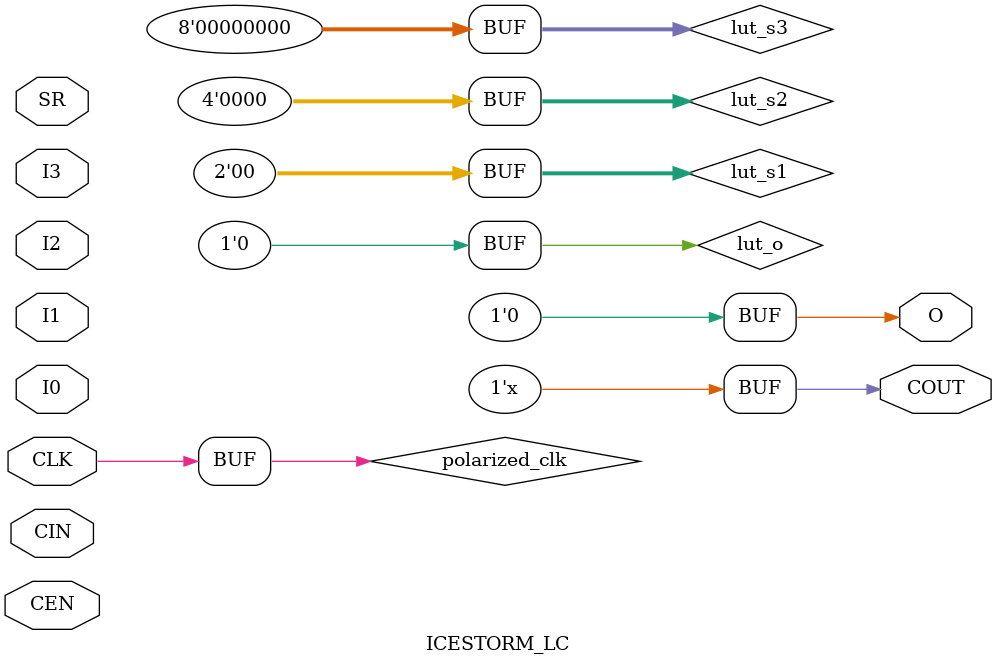
<source format=v>


module SB_IO (
	inout  PACKAGE_PIN,
	input  LATCH_INPUT_VALUE,
	input  CLOCK_ENABLE,
	input  INPUT_CLK,
	input  OUTPUT_CLK,
	input  OUTPUT_ENABLE,
	input  D_OUT_0,
	input  D_OUT_1,
	output D_IN_0,
	output D_IN_1
);
	parameter [5:0] PIN_TYPE = 6'b000000;
	parameter [0:0] PULLUP = 1'b0;
	parameter [0:0] NEG_TRIGGER = 1'b0; 
	parameter IO_STANDARD = "SB_LVCMOS";

	/* TBD */
endmodule

module SB_GB_IO (
	inout  PACKAGE_PIN,
	output GLOBAL_BUFFER_OUTPUT,
	input  LATCH_INPUT_VALUE,
	input  CLOCK_ENABLE,
	input  INPUT_CLK,
	input  OUTPUT_CLK,
	input  OUTPUT_ENABLE,
	input  D_OUT_0,
	input  D_OUT_1,
	output D_IN_0,
	output D_IN_1
);
	parameter [5:0] PIN_TYPE = 6'b000000;
	parameter [0:0] PULLUP = 1'b0;
	parameter [0:0] NEG_TRIGGER = 1'b0; 
	parameter IO_STANDARD = "SB_LVCMOS";

	assign GLOBAL_BUFFER_OUTPUT = PACKAGE_PIN;

	SB_IO #(
		.PIN_TYPE(PIN_TYPE),
		.PULLUP(PULLUP),
		.NEG_TRIGGER(NEG_TRIGGER),
		.IO_STANDARD(IO_STANDARD)
	) IO (
		.PACKAGE_PIN(PACKAGE_PIN),
		.LATCH_INPUT_VALUE(LATCH_INPUT_VALUE),
		.CLOCK_ENABLE(CLOCK_ENABLE),
		.INPUT_CLK(INPUT_CLK),
		.OUTPUT_CLK(OUTPUT_CLK),
		.OUTPUT_ENABLE(OUTPUT_ENABLE),
		.D_OUT_0(D_OUT_0),
		.D_OUT_1(D_OUT_1),
		.D_IN_0(D_IN_0),
		.D_IN_1(D_IN_1)
	);
endmodule

module SB_GB (
	input  USER_SIGNAL_TO_GLOBAL_BUFFER,
	output GLOBAL_BUFFER_OUTPUT
);
	assign GLOBAL_BUFFER_OUTPUT = USER_SIGNAL_TO_GLOBAL_BUFFER;
endmodule

// SiliconBlue Logic Cells

module SB_LUT4 (output O, input I0, I1, I2, I3);
	parameter [15:0] LUT_INIT = 0;
	wire [7:0] s3 = I3 ? LUT_INIT[15:8] : LUT_INIT[7:0];
	wire [3:0] s2 = I2 ?       s3[ 7:4] :       s3[3:0];
	wire [1:0] s1 = I1 ?       s2[ 3:2] :       s2[1:0];
	assign O = I0 ? s1[1] : s1[0];
endmodule

module SB_CARRY (output CO, input I0, I1, CI);
	assign CO = (I0 && I1) || ((I0 || I1) && CI);
endmodule

// Positive Edge SiliconBlue FF Cells

module SB_DFF (output reg Q, input C, D);
	always @(posedge C)
		Q <= D;
endmodule

module SB_DFFE (output reg Q, input C, E, D);
	always @(posedge C)
		if (E)
			Q <= D;
endmodule

module SB_DFFSR (output reg Q, input C, R, D);
	always @(posedge C)
		if (R)
			Q <= 0;
		else
			Q <= D;
endmodule

module SB_DFFR (output reg Q, input C, R, D);
	always @(posedge C, posedge R)
		if (R)
			Q <= 0;
		else
			Q <= D;
endmodule

module SB_DFFSS (output reg Q, input C, S, D);
	always @(posedge C)
		if (S)
			Q <= 1;
		else
			Q <= D;
endmodule

module SB_DFFS (output reg Q, input C, S, D);
	always @(posedge C, posedge S)
		if (S)
			Q <= 1;
		else
			Q <= D;
endmodule

module SB_DFFESR (output reg Q, input C, E, R, D);
	always @(posedge C)
		if (E) begin
			if (R)
				Q <= 0;
			else
				Q <= D;
		end
endmodule

module SB_DFFER (output reg Q, input C, E, R, D);
	always @(posedge C, posedge R)
		if (R)
			Q <= 0;
		else if (E)
			Q <= D;
endmodule

module SB_DFFESS (output reg Q, input C, E, S, D);
	always @(posedge C)
		if (E) begin
			if (S)
				Q <= 1;
			else
				Q <= D;
		end
endmodule

module SB_DFFES (output reg Q, input C, E, S, D);
	always @(posedge C, posedge S)
		if (S)
			Q <= 1;
		else if (E)
			Q <= D;
endmodule

// Negative Edge SiliconBlue FF Cells

module SB_DFFN (output reg Q, input C, D);
	always @(negedge C)
		Q <= D;
endmodule

module SB_DFFNE (output reg Q, input C, E, D);
	always @(negedge C)
		if (E)
			Q <= D;
endmodule

module SB_DFFNSR (output reg Q, input C, R, D);
	always @(negedge C)
		if (R)
			Q <= 0;
		else
			Q <= D;
endmodule

module SB_DFFNR (output reg Q, input C, R, D);
	always @(negedge C, posedge R)
		if (R)
			Q <= 0;
		else
			Q <= D;
endmodule

module SB_DFFNSS (output reg Q, input C, S, D);
	always @(negedge C)
		if (S)
			Q <= 1;
		else
			Q <= D;
endmodule

module SB_DFFNS (output reg Q, input C, S, D);
	always @(negedge C, posedge S)
		if (S)
			Q <= 1;
		else
			Q <= D;
endmodule

module SB_DFFNESR (output reg Q, input C, E, R, D);
	always @(negedge C)
		if (E) begin
			if (R)
				Q <= 0;
			else
				Q <= D;
		end
endmodule

module SB_DFFNER (output reg Q, input C, E, R, D);
	always @(negedge C, posedge R)
		if (R)
			Q <= 0;
		else if (E)
			Q <= D;
endmodule

module SB_DFFNESS (output reg Q, input C, E, S, D);
	always @(negedge C)
		if (E) begin
			if (S)
				Q <= 1;
			else
				Q <= D;
		end
endmodule

module SB_DFFNES (output reg Q, input C, E, S, D);
	always @(negedge C, posedge S)
		if (S)
			Q <= 1;
		else if (E)
			Q <= D;
endmodule

// Packed IceStorm Logic Cells

module ICESTORM_CARRYCONST (output O);
	parameter [0:0] CARRYCONST = 0;
	assign O = CARRYCONST;
endmodule

module ICESTORM_LC (
	input I0, I1, I2, I3, CIN, CLK, CEN, SR,
	output O, COUT
);
	parameter [15:0] LUT_INIT = 0;

	parameter [0:0] NEG_CLK      = 0;
	parameter [0:0] CARRY_ENABLE = 0;
	parameter [0:0] DFF_ENABLE   = 0;
	parameter [0:0] SET_NORESET  = 0;
	parameter [0:0] ASYNC_SR     = 0;

	wire COUT = CARRY_ENABLE ? (I1 && I2) || ((I1 || I2) && CIN) : 1'bx;

	wire [7:0] lut_s3 = I3 ? LUT_INIT[15:8] : LUT_INIT[7:0];
	wire [3:0] lut_s2 = I2 ?   lut_s3[ 7:4] :   lut_s3[3:0];
	wire [1:0] lut_s1 = I1 ?   lut_s2[ 3:2] :   lut_s2[1:0];
	wire       lut_o  = I0 ?   lut_s1[   1] :   lut_s1[  0];

	wire polarized_clk;
	assign polarized_clk = CLK ^ NEG_CLK;

	wire filtered_cen, filtered_sr;
	assign filtered_cen = CEN === 1'bz ? 1'b1 : CEN;
	assign filtered_sr = SR === 1'bz ? 1'b0 : SR;

	reg o_reg;
	always @(posedge polarized_clk)
		if (filtered_cen)
			o_reg <= filtered_sr ? SET_NORESET : lut_o;

	reg o_reg_async;
	always @(posedge polarized_clk, posedge filtered_sr)
		if (filtered_sr)
			o_reg <= SET_NORESET;
		else if (filtered_cen)
			o_reg <= lut_o;

	assign O = DFF_ENABLE ? ASYNC_SR ? o_reg_async : o_reg : lut_o;
endmodule


</source>
